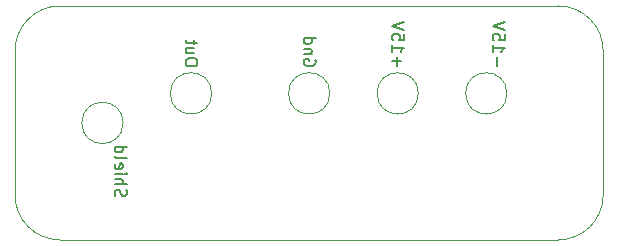
<source format=gbo>
G04 #@! TF.GenerationSoftware,KiCad,Pcbnew,5.1.4*
G04 #@! TF.CreationDate,2019-09-17T23:22:18+02:00*
G04 #@! TF.ProjectId,Tunnelling-Amp,54756e6e-656c-46c6-996e-672d416d702e,rev?*
G04 #@! TF.SameCoordinates,Original*
G04 #@! TF.FileFunction,Legend,Bot*
G04 #@! TF.FilePolarity,Positive*
%FSLAX46Y46*%
G04 Gerber Fmt 4.6, Leading zero omitted, Abs format (unit mm)*
G04 Created by KiCad (PCBNEW 5.1.4) date 2019-09-17 23:22:18*
%MOMM*%
%LPD*%
G04 APERTURE LIST*
%ADD10C,0.150000*%
%ADD11C,0.050000*%
%ADD12C,0.120000*%
G04 APERTURE END LIST*
D10*
X95995238Y-131327023D02*
X95947619Y-131184166D01*
X95947619Y-130946071D01*
X95995238Y-130850833D01*
X96042857Y-130803214D01*
X96138095Y-130755595D01*
X96233333Y-130755595D01*
X96328571Y-130803214D01*
X96376190Y-130850833D01*
X96423809Y-130946071D01*
X96471428Y-131136547D01*
X96519047Y-131231785D01*
X96566666Y-131279404D01*
X96661904Y-131327023D01*
X96757142Y-131327023D01*
X96852380Y-131279404D01*
X96900000Y-131231785D01*
X96947619Y-131136547D01*
X96947619Y-130898452D01*
X96900000Y-130755595D01*
X95947619Y-130327023D02*
X96947619Y-130327023D01*
X95947619Y-129898452D02*
X96471428Y-129898452D01*
X96566666Y-129946071D01*
X96614285Y-130041309D01*
X96614285Y-130184166D01*
X96566666Y-130279404D01*
X96519047Y-130327023D01*
X95947619Y-129422261D02*
X96614285Y-129422261D01*
X96947619Y-129422261D02*
X96900000Y-129469880D01*
X96852380Y-129422261D01*
X96900000Y-129374642D01*
X96947619Y-129422261D01*
X96852380Y-129422261D01*
X95995238Y-128565119D02*
X95947619Y-128660357D01*
X95947619Y-128850833D01*
X95995238Y-128946071D01*
X96090476Y-128993690D01*
X96471428Y-128993690D01*
X96566666Y-128946071D01*
X96614285Y-128850833D01*
X96614285Y-128660357D01*
X96566666Y-128565119D01*
X96471428Y-128517500D01*
X96376190Y-128517500D01*
X96280952Y-128993690D01*
X95947619Y-127946071D02*
X95995238Y-128041309D01*
X96090476Y-128088928D01*
X96947619Y-128088928D01*
X95947619Y-127136547D02*
X96947619Y-127136547D01*
X95995238Y-127136547D02*
X95947619Y-127231785D01*
X95947619Y-127422261D01*
X95995238Y-127517500D01*
X96042857Y-127565119D01*
X96138095Y-127612738D01*
X96423809Y-127612738D01*
X96519047Y-127565119D01*
X96566666Y-127517500D01*
X96614285Y-127422261D01*
X96614285Y-127231785D01*
X96566666Y-127136547D01*
X128328571Y-120279404D02*
X128328571Y-119517500D01*
X127947619Y-118517500D02*
X127947619Y-119088928D01*
X127947619Y-118803214D02*
X128947619Y-118803214D01*
X128804761Y-118898452D01*
X128709523Y-118993690D01*
X128661904Y-119088928D01*
X128947619Y-117612738D02*
X128947619Y-118088928D01*
X128471428Y-118136547D01*
X128519047Y-118088928D01*
X128566666Y-117993690D01*
X128566666Y-117755595D01*
X128519047Y-117660357D01*
X128471428Y-117612738D01*
X128376190Y-117565119D01*
X128138095Y-117565119D01*
X128042857Y-117612738D01*
X127995238Y-117660357D01*
X127947619Y-117755595D01*
X127947619Y-117993690D01*
X127995238Y-118088928D01*
X128042857Y-118136547D01*
X128947619Y-117279404D02*
X127947619Y-116946071D01*
X128947619Y-116612738D01*
X119828571Y-120279404D02*
X119828571Y-119517500D01*
X119447619Y-119898452D02*
X120209523Y-119898452D01*
X119447619Y-118517500D02*
X119447619Y-119088928D01*
X119447619Y-118803214D02*
X120447619Y-118803214D01*
X120304761Y-118898452D01*
X120209523Y-118993690D01*
X120161904Y-119088928D01*
X120447619Y-117612738D02*
X120447619Y-118088928D01*
X119971428Y-118136547D01*
X120019047Y-118088928D01*
X120066666Y-117993690D01*
X120066666Y-117755595D01*
X120019047Y-117660357D01*
X119971428Y-117612738D01*
X119876190Y-117565119D01*
X119638095Y-117565119D01*
X119542857Y-117612738D01*
X119495238Y-117660357D01*
X119447619Y-117755595D01*
X119447619Y-117993690D01*
X119495238Y-118088928D01*
X119542857Y-118136547D01*
X120447619Y-117279404D02*
X119447619Y-116946071D01*
X120447619Y-116612738D01*
X112900000Y-119755595D02*
X112947619Y-119850833D01*
X112947619Y-119993690D01*
X112900000Y-120136547D01*
X112804761Y-120231785D01*
X112709523Y-120279404D01*
X112519047Y-120327023D01*
X112376190Y-120327023D01*
X112185714Y-120279404D01*
X112090476Y-120231785D01*
X111995238Y-120136547D01*
X111947619Y-119993690D01*
X111947619Y-119898452D01*
X111995238Y-119755595D01*
X112042857Y-119707976D01*
X112376190Y-119707976D01*
X112376190Y-119898452D01*
X112614285Y-119279404D02*
X111947619Y-119279404D01*
X112519047Y-119279404D02*
X112566666Y-119231785D01*
X112614285Y-119136547D01*
X112614285Y-118993690D01*
X112566666Y-118898452D01*
X112471428Y-118850833D01*
X111947619Y-118850833D01*
X111947619Y-117946071D02*
X112947619Y-117946071D01*
X111995238Y-117946071D02*
X111947619Y-118041309D01*
X111947619Y-118231785D01*
X111995238Y-118327023D01*
X112042857Y-118374642D01*
X112138095Y-118422261D01*
X112423809Y-118422261D01*
X112519047Y-118374642D01*
X112566666Y-118327023D01*
X112614285Y-118231785D01*
X112614285Y-118041309D01*
X112566666Y-117946071D01*
X102947619Y-120088928D02*
X102947619Y-119898452D01*
X102900000Y-119803214D01*
X102804761Y-119707976D01*
X102614285Y-119660357D01*
X102280952Y-119660357D01*
X102090476Y-119707976D01*
X101995238Y-119803214D01*
X101947619Y-119898452D01*
X101947619Y-120088928D01*
X101995238Y-120184166D01*
X102090476Y-120279404D01*
X102280952Y-120327023D01*
X102614285Y-120327023D01*
X102804761Y-120279404D01*
X102900000Y-120184166D01*
X102947619Y-120088928D01*
X102614285Y-118803214D02*
X101947619Y-118803214D01*
X102614285Y-119231785D02*
X102090476Y-119231785D01*
X101995238Y-119184166D01*
X101947619Y-119088928D01*
X101947619Y-118946071D01*
X101995238Y-118850833D01*
X102042857Y-118803214D01*
X102614285Y-118469880D02*
X102614285Y-118088928D01*
X102947619Y-118327023D02*
X102090476Y-118327023D01*
X101995238Y-118279404D01*
X101947619Y-118184166D01*
X101947619Y-118088928D01*
D11*
X137300000Y-131215000D02*
X137300000Y-119115000D01*
X91300000Y-135015000D02*
X133500000Y-135015000D01*
X87500000Y-119015000D02*
X87500000Y-131215000D01*
X133500000Y-115213684D02*
X91300000Y-115215000D01*
X137300000Y-131215000D02*
G75*
G02X133500000Y-135015000I-3800000J0D01*
G01*
X133500000Y-115213684D02*
G75*
G02X137300000Y-119115000I0J-3801316D01*
G01*
X87500000Y-119015000D02*
G75*
G02X91300000Y-115215000I3800000J0D01*
G01*
X91300000Y-135015000D02*
G75*
G02X87500000Y-131215000I0J3800000D01*
G01*
D12*
X96650000Y-125115000D02*
G75*
G03X96650000Y-125115000I-1750000J0D01*
G01*
X129150000Y-122615000D02*
G75*
G03X129150000Y-122615000I-1750000J0D01*
G01*
X114150000Y-122615000D02*
G75*
G03X114150000Y-122615000I-1750000J0D01*
G01*
X121650000Y-122615000D02*
G75*
G03X121650000Y-122615000I-1750000J0D01*
G01*
X104150000Y-122615000D02*
G75*
G03X104150000Y-122615000I-1750000J0D01*
G01*
M02*

</source>
